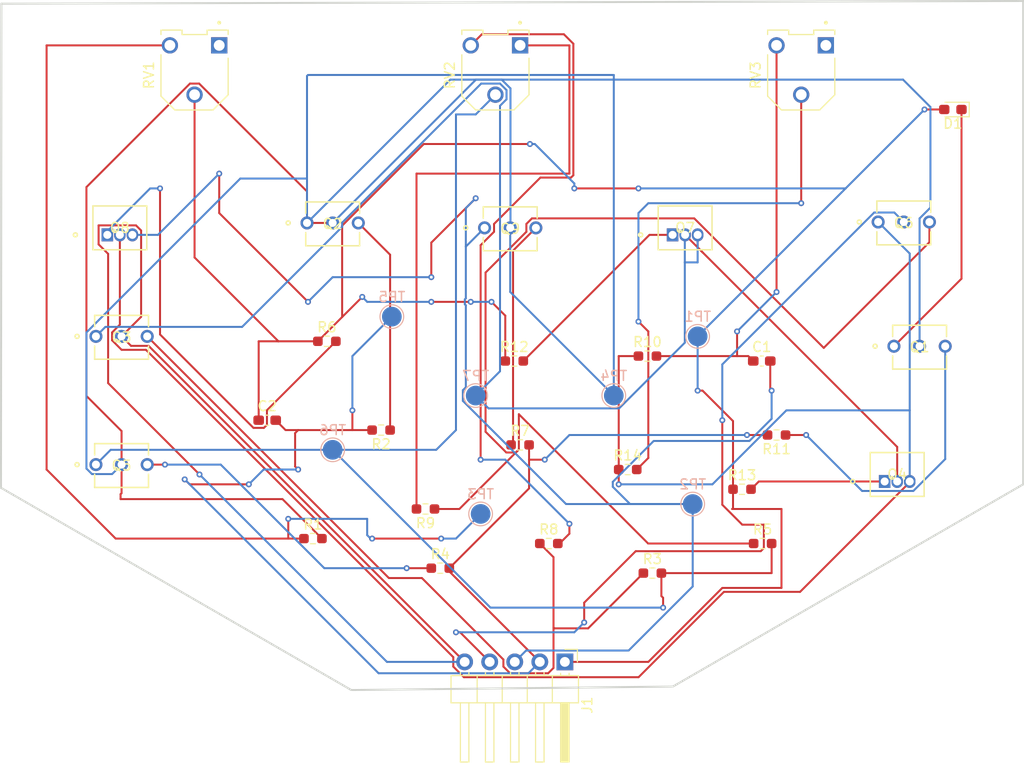
<source format=kicad_pcb>
(kicad_pcb (version 20241229) (generator "pcbnew") (generator_version "9.0")
  (layers (0 "F.Cu" signal) (2 "B.Cu" signal) (13 "F.Paste" user) (15 "B.Paste" user) (5 "F.SilkS" user "F.Silkscreen") (7 "B.SilkS" user "B.Silkscreen") (1 "F.Mask" user) (3 "B.Mask" user) (25 "Edge.Cuts" user))
  (net 0 "")
  (net 1 "OUT")
  (net 2 "Net-(C1-Pad1)")
  (net 3 "VSS")
  (net 4 "VDD")
  (net 5 "Net-(D1-K)")
  (net 6 "V+")
  (net 7 "V-")
  (net 8 "Net-(Q1-E)")
  (net 9 "Bias")
  (net 10 "Net-(Q2-E)")
  (net 11 "Net-(Q3-E)")
  (net 12 "/Mirror")
  (net 13 "/Difference")
  (net 14 "Net-(Q4-E)")
  (net 15 "Net-(Q5-C)")
  (net 16 "Net-(Q5-E)")
  (net 17 "Net-(Q6-E)")
  (net 18 "Net-(Q7-E)")
  (net 19 "Net-(Q8-E)")
  (net 20 "Net-(Q9-E)")
  (net 21 "/TRIM")
  (net 22 "Net-(R8-Pad2)")
  (net 23 "Net-(R9-Pad2)")
  (net 24 "Net-(R14-Pad2)")
  (footprint "Resistor_SMD:R_0603_1608Metric_Pad0.98x0.95mm_HandSolder" (layer "F.Cu") (at 143 106.5)
    (property "Reference" "R7" (at 0 -1.43 0) (layer "F.SilkS"))
    (property "Value" "10")
    (pad "1" smd roundrect (at -0.9125 0) (size 0.975 0.95) (layers "F.Cu" "F.Mask" "F.Paste") (net 20 "Net-(Q9-E)"))
    (pad "2" smd roundrect (at 0.9125 0) (size 0.975 0.95) (layers "F.Cu" "F.Mask" "F.Paste") (net 3 "VSS"))
  )
  (footprint "Resistor_SMD:R_0603_1608Metric_Pad0.98x0.95mm_HandSolder" (layer "F.Cu") (at 142.4125 98)
    (property "Reference" "R12" (at 0 -1.43 0) (layer "F.SilkS"))
    (property "Value" "10")
    (pad "1" smd roundrect (at -0.9125 0) (size 0.975 0.95) (layers "F.Cu" "F.Mask" "F.Paste") (net 4 "VDD"))
    (pad "2" smd roundrect (at 0.9125 0) (size 0.975 0.95) (layers "F.Cu" "F.Mask" "F.Paste") (net 18 "Net-(Q7-E)"))
  )
  (footprint "Footprints AAMU Capstone:2N3904TA_ONS" (layer "F.Cu") (at 121.4 84)
    (property "Reference" "Q2" (at 2.6 0.095 0) (layer "F.SilkS"))
    (property "Value" "2N3904TA")
    (pad "1" thru_hole circle (at 0 0) (size 1.3208 1.3208) (drill 0.8128) (layers "*.Cu" "*.Mask") (net 9 "Bias"))
    (pad "2" thru_hole circle (at 2.6 0) (size 1.3208 1.3208) (drill 0.8128) (layers "*.Cu" "*.Mask") (net 9 "Bias"))
    (pad "3" thru_hole circle (at 5.2 0) (size 1.3208 1.3208) (drill 0.8128) (layers "*.Cu" "*.Mask") (net 10 "Net-(Q2-E)"))
  )
  (footprint "Capacitor_SMD:C_0603_1608Metric_Pad1.08x0.95mm_HandSolder" (layer "F.Cu") (at 167.5 98)
    (property "Reference" "C1" (at 0 -1.43 0) (layer "F.SilkS"))
    (property "Value" "0.001 uF")
    (pad "1" smd roundrect (at -0.8625 0) (size 1.075 0.95) (layers "F.Cu" "F.Mask" "F.Paste") (net 2 "Net-(C1-Pad1)"))
    (pad "2" smd roundrect (at 0.8625 0) (size 1.075 0.95) (layers "F.Cu" "F.Mask" "F.Paste") (net 1 "OUT"))
  )
  (footprint "Footprints AAMU Capstone:2N3906BU_ONS" (layer "F.Cu") (at 101.1571 85.21)
    (property "Reference" "Q8" (at 1.27 -0.71 0) (layer "F.SilkS"))
    (property "Value" "2N3906BU")
    (pad "1" thru_hole rect (at 0 0) (size 1.1684 1.3208) (drill 0.8128) (layers "*.Cu" "*.Mask") (net 19 "Net-(Q8-E)"))
    (pad "2" thru_hole oval (at 1.27 0) (size 1.1684 1.3208) (drill 0.8128) (layers "*.Cu" "*.Mask") (net 13 "/Difference"))
    (pad "3" thru_hole oval (at 2.54 0) (size 1.1684 1.3208) (drill 0.8128) (layers "*.Cu" "*.Mask") (net 1 "OUT"))
  )
  (footprint "Resistor_SMD:R_0603_1608Metric_Pad0.98x0.95mm_HandSolder" (layer "F.Cu") (at 133.4125 113 180)
    (property "Reference" "R9" (at 0 -1.43 0) (layer "F.SilkS"))
    (property "Value" "100")
    (pad "1" smd roundrect (at -0.9125 0 180) (size 0.975 0.95) (layers "F.Cu" "F.Mask" "F.Paste") (net 17 "Net-(Q6-E)"))
    (pad "2" smd roundrect (at 0.9125 0 180) (size 0.975 0.95) (layers "F.Cu" "F.Mask" "F.Paste") (net 23 "Net-(R9-Pad2)"))
  )
  (footprint "Resistor_SMD:R_0603_1608Metric_Pad0.98x0.95mm_HandSolder" (layer "F.Cu") (at 122 116)
    (property "Reference" "R1" (at 0 -1.43 0) (layer "F.SilkS"))
    (property "Value" "680")
    (pad "1" smd roundrect (at -0.9125 0) (size 0.975 0.95) (layers "F.Cu" "F.Mask" "F.Paste") (net 21 "/TRIM"))
    (pad "2" smd roundrect (at 0.9125 0) (size 0.975 0.95) (layers "F.Cu" "F.Mask" "F.Paste") (net 9 "Bias"))
  )
  (footprint "LED_SMD:LED_0603_1608Metric_Pad1.05x0.95mm_HandSolder" (layer "F.Cu") (at 186.875 72.5 180)
    (property "Reference" "D1" (at 0 -1.43 0) (layer "F.SilkS"))
    (property "Value" "LED")
    (pad "1" smd roundrect (at -0.875 0 180) (size 1.05 0.95) (layers "F.Cu" "F.Mask" "F.Paste") (net 5 "Net-(D1-K)"))
    (pad "2" smd roundrect (at 0.875 0 180) (size 1.05 0.95) (layers "F.Cu" "F.Mask" "F.Paste") (net 4 "VDD"))
  )
  (footprint "Resistor_SMD:R_0603_1608Metric_Pad0.98x0.95mm_HandSolder" (layer "F.Cu") (at 169 105.5 180)
    (property "Reference" "R11" (at 0 -1.43 0) (layer "F.SilkS"))
    (property "Value" "10")
    (pad "1" smd roundrect (at -0.9125 0 180) (size 0.975 0.95) (layers "F.Cu" "F.Mask" "F.Paste") (net 8 "Net-(Q1-E)"))
    (pad "2" smd roundrect (at 0.9125 0 180) (size 0.975 0.95) (layers "F.Cu" "F.Mask" "F.Paste") (net 3 "VSS"))
  )
  (footprint "Footprints AAMU Capstone:2N3904TA_ONS" (layer "F.Cu") (at 100 108.5)
    (property "Reference" "Q5" (at 2.6 0.095 0) (layer "F.SilkS"))
    (property "Value" "2N3904TA")
    (pad "1" thru_hole circle (at 0 0) (size 1.3208 1.3208) (drill 0.8128) (layers "*.Cu" "*.Mask") (net 15 "Net-(Q5-C)"))
    (pad "2" thru_hole circle (at 2.6 0) (size 1.3208 1.3208) (drill 0.8128) (layers "*.Cu" "*.Mask") (net 9 "Bias"))
    (pad "3" thru_hole circle (at 5.2 0) (size 1.3208 1.3208) (drill 0.8128) (layers "*.Cu" "*.Mask") (net 16 "Net-(Q5-E)"))
  )
  (footprint "Resistor_SMD:R_0603_1608Metric_Pad0.98x0.95mm_HandSolder" (layer "F.Cu") (at 128.9125 105 180)
    (property "Reference" "R2" (at 0 -1.43 0) (layer "F.SilkS"))
    (property "Value" "10")
    (pad "1" smd roundrect (at -0.9125 0 180) (size 0.975 0.95) (layers "F.Cu" "F.Mask" "F.Paste") (net 10 "Net-(Q2-E)"))
    (pad "2" smd roundrect (at 0.9125 0 180) (size 0.975 0.95) (layers "F.Cu" "F.Mask" "F.Paste") (net 3 "VSS"))
  )
  (footprint "Connector_PinHeader_2.54mm:PinHeader_1x05_P2.54mm_Horizontal" (layer "F.Cu") (at 147.54 128.5 -90)
    (property "Reference" "J1" (at 4.385 -2.27 90) (layer "F.SilkS"))
    (property "Value" "Conn_01x05")
    (pad "1" thru_hole rect (at 0 0 270) (size 1.7 1.7) (drill 1) (layers "*.Cu" "*.Mask") (net 4 "VDD"))
    (pad "2" thru_hole circle (at 0 2.54 270) (size 1.7 1.7) (drill 1) (layers "*.Cu" "*.Mask") (net 3 "VSS"))
    (pad "3" thru_hole circle (at 0 5.08 270) (size 1.7 1.7) (drill 1) (layers "*.Cu" "*.Mask") (net 1 "OUT"))
    (pad "4" thru_hole circle (at 0 7.62 270) (size 1.7 1.7) (drill 1) (layers "*.Cu" "*.Mask") (net 6 "V+"))
    (pad "5" thru_hole circle (at 0 10.16 270) (size 1.7 1.7) (drill 1) (layers "*.Cu" "*.Mask") (net 7 "V-"))
  )
  (footprint "Resistor_SMD:R_0603_1608Metric_Pad0.98x0.95mm_HandSolder" (layer "F.Cu") (at 145.9125 116.5)
    (property "Reference" "R8" (at 0 -1.43 0) (layer "F.SilkS"))
    (property "Value" "100")
    (pad "1" smd roundrect (at -0.9125 0) (size 0.975 0.95) (layers "F.Cu" "F.Mask" "F.Paste") (net 11 "Net-(Q3-E)"))
    (pad "2" smd roundrect (at 0.9125 0) (size 0.975 0.95) (layers "F.Cu" "F.Mask" "F.Paste") (net 22 "Net-(R8-Pad2)"))
  )
  (footprint "Footprints AAMU Capstone:2N3904TA_ONS" (layer "F.Cu") (at 180.9 96.5)
    (property "Reference" "Q1" (at 2.6 0.095 0) (layer "F.SilkS"))
    (property "Value" "2N3904TA")
    (pad "1" thru_hole circle (at 0 0) (size 1.3208 1.3208) (drill 0.8128) (layers "*.Cu" "*.Mask") (net 5 "Net-(D1-K)"))
    (pad "2" thru_hole circle (at 2.6 0) (size 1.3208 1.3208) (drill 0.8128) (layers "*.Cu" "*.Mask") (net 9 "Bias"))
    (pad "3" thru_hole circle (at 5.2 0) (size 1.3208 1.3208) (drill 0.8128) (layers "*.Cu" "*.Mask") (net 8 "Net-(Q1-E)"))
  )
  (footprint "Resistor_SMD:R_0603_1608Metric_Pad0.98x0.95mm_HandSolder" (layer "F.Cu") (at 156.4125 119.5)
    (property "Reference" "R3" (at 0 -1.43 0) (layer "F.SilkS"))
    (property "Value" "220")
    (pad "1" smd roundrect (at -0.9125 0) (size 0.975 0.95) (layers "F.Cu" "F.Mask" "F.Paste") (net 11 "Net-(Q3-E)"))
    (pad "2" smd roundrect (at 0.9125 0) (size 0.975 0.95) (layers "F.Cu" "F.Mask" "F.Paste") (net 15 "Net-(Q5-C)"))
  )
  (footprint "Resistor_SMD:R_0603_1608Metric_Pad0.98x0.95mm_HandSolder" (layer "F.Cu") (at 123.4125 96)
    (property "Reference" "R6" (at 0 -1.43 0) (layer "F.SilkS"))
    (property "Value" "10")
    (pad "1" smd roundrect (at -0.9125 0) (size 0.975 0.95) (layers "F.Cu" "F.Mask" "F.Paste") (net 4 "VDD"))
    (pad "2" smd roundrect (at 0.9125 0) (size 0.975 0.95) (layers "F.Cu" "F.Mask" "F.Paste") (net 19 "Net-(Q8-E)"))
  )
  (footprint "Capacitor_SMD:C_0603_1608Metric_Pad1.08x0.95mm_HandSolder" (layer "F.Cu") (at 117.3625 104)
    (property "Reference" "C2" (at 0 -1.43 0) (layer "F.SilkS"))
    (property "Value" "10 uF")
    (pad "1" smd roundrect (at -0.8625 0) (size 1.075 0.95) (layers "F.Cu" "F.Mask" "F.Paste") (net 4 "VDD"))
    (pad "2" smd roundrect (at 0.8625 0) (size 1.075 0.95) (layers "F.Cu" "F.Mask" "F.Paste") (net 3 "VSS"))
  )
  (footprint "Resistor_SMD:R_0603_1608Metric_Pad0.98x0.95mm_HandSolder" (layer "F.Cu") (at 155.9125 97.5)
    (property "Reference" "R10" (at 0 -1.43 0) (layer "F.SilkS"))
    (property "Value" "DNP")
    (pad "1" smd roundrect (at -0.9125 0) (size 0.975 0.95) (layers "F.Cu" "F.Mask" "F.Paste") (net 13 "/Difference"))
    (pad "2" smd roundrect (at 0.9125 0) (size 0.975 0.95) (layers "F.Cu" "F.Mask" "F.Paste") (net 2 "Net-(C1-Pad1)"))
  )
  (footprint "Footprints AAMU Capstone:2N3906BU_ONS" (layer "F.Cu") (at 179.96 110.21)
    (property "Reference" "Q4" (at 1.27 -0.71 0) (layer "F.SilkS"))
    (property "Value" "2N3906BU")
    (pad "1" thru_hole rect (at 0 0) (size 1.1684 1.3208) (drill 0.8128) (layers "*.Cu" "*.Mask") (net 14 "Net-(Q4-E)"))
    (pad "2" thru_hole oval (at 1.27 0) (size 1.1684 1.3208) (drill 0.8128) (layers "*.Cu" "*.Mask") (net 12 "/Mirror"))
    (pad "3" thru_hole oval (at 2.54 0) (size 1.1684 1.3208) (drill 0.8128) (layers "*.Cu" "*.Mask") (net 13 "/Difference"))
  )
  (footprint "Footprints AAMU Capstone:TRIM_3306F-1-253" (layer "F.Cu") (at 140.5 68.5 90)
    (property "Reference" "RV2" (at -0.525 -4.625 90) (layer "F.SilkS"))
    (property "Value" "-500")
    (pad "1" thru_hole rect (at 2.5 2.5 90) (size 1.65 1.65) (drill 1.1) (layers "*.Cu" "*.Mask") (net 23 "Net-(R9-Pad2)"))
    (pad "2" thru_hole circle (at -2.5 0 90) (size 1.65 1.65) (drill 1.1) (layers "*.Cu" "*.Mask") (net 15 "Net-(Q5-C)"))
    (pad "3" thru_hole circle (at 2.5 -2.5 90) (size 1.65 1.65) (drill 1.1) (layers "*.Cu" "*.Mask") (net 22 "Net-(R8-Pad2)"))
  )
  (footprint "Resistor_SMD:R_0603_1608Metric_Pad0.98x0.95mm_HandSolder" (layer "F.Cu") (at 153.9125 109)
    (property "Reference" "R14" (at 0 -1.43 0) (layer "F.SilkS"))
    (property "Value" "10")
    (pad "1" smd roundrect (at -0.9125 0) (size 0.975 0.95) (layers "F.Cu" "F.Mask" "F.Paste") (net 13 "/Difference"))
    (pad "2" smd roundrect (at 0.9125 0) (size 0.975 0.95) (layers "F.Cu" "F.Mask" "F.Paste") (net 24 "Net-(R14-Pad2)"))
  )
  (footprint "Footprints AAMU Capstone:2N3904TA_ONS" (layer "F.Cu") (at 139.4 84.5)
    (property "Reference" "Q9" (at 2.6 0.095 0) (layer "F.SilkS"))
    (property "Value" "2N3904TA")
    (pad "1" thru_hole circle (at 0 0) (size 1.3208 1.3208) (drill 0.8128) (layers "*.Cu" "*.Mask") (net 1 "OUT"))
    (pad "2" thru_hole circle (at 2.6 0) (size 1.3208 1.3208) (drill 0.8128) (layers "*.Cu" "*.Mask") (net 9 "Bias"))
    (pad "3" thru_hole circle (at 5.2 0) (size 1.3208 1.3208) (drill 0.8128) (layers "*.Cu" "*.Mask") (net 20 "Net-(Q9-E)"))
  )
  (footprint "Resistor_SMD:R_0603_1608Metric_Pad0.98x0.95mm_HandSolder" (layer "F.Cu") (at 134.9125 119)
    (property "Reference" "R4" (at 0 -1.43 0) (layer "F.SilkS"))
    (property "Value" "10")
    (pad "1" smd roundrect (at -0.9125 0) (size 0.975 0.95) (layers "F.Cu" "F.Mask" "F.Paste") (net 16 "Net-(Q5-E)"))
    (pad "2" smd roundrect (at 0.9125 0) (size 0.975 0.95) (layers "F.Cu" "F.Mask" "F.Paste") (net 3 "VSS"))
  )
  (footprint "Resistor_SMD:R_0603_1608Metric_Pad0.98x0.95mm_HandSolder" (layer "F.Cu") (at 167.5875 116.5)
    (property "Reference" "R5" (at 0 -1.43 0) (layer "F.SilkS"))
    (property "Value" "220")
    (pad "1" smd roundrect (at -0.9125 0) (size 0.975 0.95) (layers "F.Cu" "F.Mask" "F.Paste") (net 17 "Net-(Q6-E)"))
    (pad "2" smd roundrect (at 0.9125 0) (size 0.975 0.95) (layers "F.Cu" "F.Mask" "F.Paste") (net 15 "Net-(Q5-C)"))
  )
  (footprint "Footprints AAMU Capstone:TRIM_3306F-1-253" (layer "F.Cu") (at 171.5 68.5 90)
    (property "Reference" "RV3" (at -0.525 -4.625 90) (layer "F.SilkS"))
    (property "Value" "-500")
    (pad "1" thru_hole rect (at 2.5 2.5 90) (size 1.65 1.65) (drill 1.1) (layers "*.Cu" "*.Mask"))
    (pad "2" thru_hole circle (at -2.5 0 90) (size 1.65 1.65) (drill 1.1) (layers "*.Cu" "*.Mask") (net 24 "Net-(R14-Pad2)"))
    (pad "3" thru_hole circle (at 2.5 -2.5 90) (size 1.65 1.65) (drill 1.1) (layers "*.Cu" "*.Mask") (net 2 "Net-(C1-Pad1)"))
  )
  (footprint "Footprints AAMU Capstone:2N3904TA_ONS" (layer "F.Cu") (at 179.3 83.905)
    (property "Reference" "Q6" (at 2.6 0.095 0) (layer "F.SilkS"))
    (property "Value" "2N3904TA")
    (pad "1" thru_hole circle (at 0 0) (size 1.3208 1.3208) (drill 0.8128) (layers "*.Cu" "*.Mask") (net 13 "/Difference"))
    (pad "2" thru_hole circle (at 2.6 0) (size 1.3208 1.3208) (drill 0.8128) (layers "*.Cu" "*.Mask") (net 6 "V+"))
    (pad "3" thru_hole circle (at 5.2 0) (size 1.3208 1.3208) (drill 0.8128) (layers "*.Cu" "*.Mask") (net 17 "Net-(Q6-E)"))
  )
  (footprint "Footprints AAMU Capstone:2N3906BU_ONS" (layer "F.Cu") (at 158.46 85.21)
    (property "Reference" "Q7" (at 1.27 -0.71 0) (layer "F.SilkS"))
    (property "Value" "2N3906BU")
    (pad "1" thru_hole rect (at 0 0) (size 1.1684 1.3208) (drill 0.8128) (layers "*.Cu" "*.Mask") (net 18 "Net-(Q7-E)"))
    (pad "2" thru_hole oval (at 1.27 0) (size 1.1684 1.3208) (drill 0.8128) (layers "*.Cu" "*.Mask") (net 12 "/Mirror"))
    (pad "3" thru_hole oval (at 2.54 0) (size 1.1684 1.3208) (drill 0.8128) (layers "*.Cu" "*.Mask") (net 12 "/Mirror"))
  )
  (footprint "Footprints AAMU Capstone:TRIM_3306F-1-253" (layer "F.Cu") (at 110 68.5 90)
    (property "Reference" "RV1" (at -0.525 -4.625 90) (layer "F.SilkS"))
    (property "Value" "500")
    (pad "1" thru_hole rect (at 2.5 2.5 90) (size 1.65 1.65) (drill 1.1) (layers "*.Cu" "*.Mask"))
    (pad "2" thru_hole circle (at -2.5 0 90) (size 1.65 1.65) (drill 1.1) (layers "*.Cu" "*.Mask") (net 4 "VDD"))
    (pad "3" thru_hole circle (at 2.5 -2.5 90) (size 1.65 1.65) (drill 1.1) (layers "*.Cu" "*.Mask") (net 21 "/TRIM"))
  )
  (footprint "Resistor_SMD:R_0603_1608Metric_Pad0.98x0.95mm_HandSolder" (layer "F.Cu") (at 165.5 111)
    (property "Reference" "R13" (at 0 -1.43 0) (layer "F.SilkS"))
    (property "Value" "10")
    (pad "1" smd roundrect (at -0.9125 0) (size 0.975 0.95) (layers "F.Cu" "F.Mask" "F.Paste") (net 4 "VDD"))
    (pad "2" smd roundrect (at 0.9125 0) (size 0.975 0.95) (layers "F.Cu" "F.Mask" "F.Paste") (net 14 "Net-(Q4-E)"))
  )
  (footprint "Footprints AAMU Capstone:2N3904TA_ONS" (layer "F.Cu") (at 100 95.5)
    (property "Reference" "Q3" (at 2.6 0.095 0) (layer "F.SilkS"))
    (property "Value" "2N3904TA")
    (pad "1" thru_hole circle (at 0 0) (size 1.3208 1.3208) (drill 0.8128) (layers "*.Cu" "*.Mask") (net 12 "/Mirror"))
    (pad "2" thru_hole circle (at 2.6 0) (size 1.3208 1.3208) (drill 0.8128) (layers "*.Cu" "*.Mask") (net 7 "V-"))
    (pad "3" thru_hole circle (at 5.2 0) (size 1.3208 1.3208) (drill 0.8128) (layers "*.Cu" "*.Mask") (net 11 "Net-(Q3-E)"))
  )
  (footprint "TestPoint:TestPoint_Pad_D2.0mm" (layer "B.Cu") (at 152.5 101.5 180)
    (property "Reference" "TP4" (at 0 1.998 0) (layer "B.SilkS") (effects (justify mirror)))
    (property "Value" "TestPoint")
    (pad "1" smd circle (at 0 0 180) (size 2 2) (layers "B.Cu" "B.Mask") (net 9 "Bias"))
  )
  (footprint "TestPoint:TestPoint_Pad_D2.0mm" (layer "B.Cu") (at 124 107 180)
    (property "Reference" "TP6" (at 0 1.998 0) (layer "B.SilkS") (effects (justify mirror)))
    (property "Value" "TestPoint")
    (pad "1" smd circle (at 0 0 180) (size 2 2) (layers "B.Cu" "B.Mask") (net 15 "Net-(Q5-C)"))
  )
  (footprint "TestPoint:TestPoint_Pad_D2.0mm" (layer "B.Cu") (at 139 113.5 180)
    (property "Reference" "TP3" (at 0 1.998 0) (layer "B.SilkS") (effects (justify mirror)))
    (property "Value" "TestPoint")
    (pad "1" smd circle (at 0 0 180) (size 2 2) (layers "B.Cu" "B.Mask") (net 21 "/TRIM"))
  )
  (footprint "TestPoint:TestPoint_Pad_D2.0mm" (layer "B.Cu") (at 160.5 112.5 180)
    (property "Reference" "TP2" (at 0 1.998 0) (layer "B.SilkS") (effects (justify mirror)))
    (property "Value" "TestPoint")
    (pad "1" smd circle (at 0 0 180) (size 2 2) (layers "B.Cu" "B.Mask") (net 1 "OUT"))
  )
  (footprint "TestPoint:TestPoint_Pad_D2.0mm" (layer "B.Cu") (at 130 93.5 180)
    (property "Reference" "TP5" (at 0 1.998 0) (layer "B.SilkS") (effects (justify mirror)))
    (property "Value" "TestPoint")
    (pad "1" smd circle (at 0 0 180) (size 2 2) (layers "B.Cu" "B.Mask") (net 3 "VSS"))
  )
  (footprint "TestPoint:TestPoint_Pad_D2.0mm" (layer "B.Cu") (at 138.5 101.5 180)
    (property "Reference" "TP7" (at 0 1.998 0) (layer "B.SilkS") (effects (justify mirror)))
    (property "Value" "TestPoint")
    (pad "1" smd circle (at 0 0 180) (size 2 2) (layers "B.Cu" "B.Mask") (net 12 "/Mirror"))
  )
  (footprint "TestPoint:TestPoint_Pad_D2.0mm" (layer "B.Cu") (at 161 95.5 180)
    (property "Reference" "TP1" (at 0 1.998 0) (layer "B.SilkS") (effects (justify mirror)))
    (property "Value" "TestPoint")
    (pad "1" smd circle (at 0 0 180) (size 2 2) (layers "B.Cu" "B.Mask") (net 4 "VDD"))
  )
  (gr_line (start 125.883004 131.352158) (end 90.375998 110.852096) (stroke (width 0.2)) (layer "Edge.Cuts"))
  (gr_line (start 194 110.5) (end 158.492994 131.000062) (stroke (width 0.2)) (layer "Edge.Cuts"))
  (gr_line (start 90.420663 61.774928) (end 194 61.5) (stroke (width 0.2)) (layer "Edge.Cuts"))
  (gr_line (start 90.420663 61.774928) (end 90.375998 110.852096) (stroke (width 0.2)) (layer "Edge.Cuts"))
  (gr_line (start 125.883004 131.352158) (end 158.492994 131.000062) (stroke (width 0.2)) (layer "Edge.Cuts"))
  (gr_line (start 194 61.5) (end 194 110.5) (stroke (width 0.2)) (layer "Edge.Cuts"))
  (segment (start 134 86) (end 134 89.5) (width 0.2) (layer "F.Cu") (net 1))
  (segment (start 112.5 83) (end 112.5 79) (width 0.2) (layer "F.Cu") (net 1))
  (segment (start 121.5 92) (end 112.5 83) (width 0.2) (layer "F.Cu") (net 1))
  (segment (start 138.5 81.5) (end 134 86) (width 0.2) (layer "F.Cu") (net 1))
  (segment (start 168.3625 100.8625) (end 168.3625 98) (width 0.2) (layer "F.Cu") (net 1))
  (segment (start 168.5 101) (end 168.3625 100.8625) (width 0.2) (layer "F.Cu") (net 1))
  (via (at 134 89.5) (size 0.6) (drill 0.3) (layers "F.Cu" "B.Cu") (net 1))
  (via (at 112.5 79) (size 0.6) (drill 0.3) (layers "F.Cu" "B.Cu") (net 1))
  (via (at 168.5 101) (size 0.6) (drill 0.3) (layers "F.Cu" "B.Cu") (net 1))
  (via (at 121.5 92) (size 0.6) (drill 0.3) (layers "F.Cu" "B.Cu") (net 1))
  (via (at 138.5 81.5) (size 0.6) (drill 0.3) (layers "F.Cu" "B.Cu") (net 1))
  (segment (start 134 89.5) (end 124 89.5) (width 0.2) (layer "B.Cu") (net 1))
  (segment (start 137.5 86.4) (end 137.5 82.5) (width 0.2) (layer "B.Cu") (net 1))
  (segment (start 166.248943 106.101) (end 168.5 103.849943) (width 0.2) (layer "B.Cu") (net 1))
  (segment (start 124 89.5) (end 121.5 92) (width 0.2) (layer "B.Cu") (net 1))
  (segment (start 137.5 86.4) (end 139.4 84.5) (width 0.2) (layer "B.Cu") (net 1))
  (segment (start 137.5 82.5) (end 138.5 81.5) (width 0.2) (layer "B.Cu") (net 1))
  (segment (start 154.150057 112.5) (end 152.399 110.748943) (width 0.2) (layer "B.Cu") (net 1))
  (segment (start 106.29 85.21) (end 103.6971 85.21) (width 0.2) (layer "B.Cu") (net 1))
  (segment (start 168.5 103.849943) (end 168.5 101) (width 0.2) (layer "B.Cu") (net 1))
  (segment (start 137.5 92.349943) (end 137.399 92.248943) (width 0.2) (layer "B.Cu") (net 1))
  (segment (start 152.399 110.251057) (end 156.549057 106.101) (width 0.2) (layer "B.Cu") (net 1))
  (segment (start 143.611 127.349) (end 142.46 128.5) (width 0.2) (layer "B.Cu") (net 1))
  (segment (start 137.5 100.660108) (end 137.5 92.349943) (width 0.2) (layer "B.Cu") (net 1))
  (segment (start 156.549057 106.101) (end 166.248943 106.101) (width 0.2) (layer "B.Cu") (net 1))
  (segment (start 152.399 110.748943) (end 152.399 110.251057) (width 0.2) (layer "B.Cu") (net 1))
  (segment (start 137.399 91.751057) (end 137.5 91.650057) (width 0.2) (layer "B.Cu") (net 1))
  (segment (start 137.199 100.961108) (end 137.5 100.660108) (width 0.2) (layer "B.Cu") (net 1))
  (segment (start 160.5 112.5) (end 154.150057 112.5) (width 0.2) (layer "B.Cu") (net 1))
  (segment (start 154.000943 127.349) (end 143.611 127.349) (width 0.2) (layer "B.Cu") (net 1))
  (segment (start 160.5 112.5) (end 147.660108 112.5) (width 0.2) (layer "B.Cu") (net 1))
  (segment (start 160.5 112.5) (end 160.5 120.849943) (width 0.2) (layer "B.Cu") (net 1))
  (segment (start 137.5 91.650057) (end 137.5 86.4) (width 0.2) (layer "B.Cu") (net 1))
  (segment (start 147.660108 112.5) (end 137.199 102.038892) (width 0.2) (layer "B.Cu") (net 1))
  (segment (start 160.5 120.849943) (end 154.000943 127.349) (width 0.2) (layer "B.Cu") (net 1))
  (segment (start 112.5 79) (end 106.29 85.21) (width 0.2) (layer "B.Cu") (net 1))
  (segment (start 137.399 92.248943) (end 137.399 91.751057) (width 0.2) (layer "B.Cu") (net 1))
  (segment (start 137.199 102.038892) (end 137.199 100.961108) (width 0.2) (layer "B.Cu") (net 1))
  (segment (start 166.1375 97.5) (end 166.6375 98) (width 0.2) (layer "F.Cu") (net 2))
  (segment (start 169 66) (end 169 91) (width 0.2) (layer "F.Cu") (net 2))
  (segment (start 165 95) (end 165 97.5) (width 0.2) (layer "F.Cu") (net 2))
  (segment (start 156.825 97.5) (end 165 97.5) (width 0.2) (layer "F.Cu") (net 2))
  (segment (start 165 97.5) (end 166.1375 97.5) (width 0.2) (layer "F.Cu") (net 2))
  (via (at 169 91) (size 0.6) (drill 0.3) (layers "F.Cu" "B.Cu") (net 2))
  (via (at 165 95) (size 0.6) (drill 0.3) (layers "F.Cu" "B.Cu") (net 2))
  (segment (start 169 91) (end 165 95) (width 0.2) (layer "B.Cu") (net 2))
  (segment (start 120.194366 105.305634) (end 120.5 105) (width 0.2) (layer "F.Cu") (net 3))
  (segment (start 135.825 119.325) (end 145 128.5) (width 0.2) (layer "F.Cu") (net 3))
  (segment (start 120.5 105) (end 119.225 105) (width 0.2) (layer "F.Cu") (net 3))
  (segment (start 143.9125 108) (end 143.9125 110.9125) (width 0.2) (layer "F.Cu") (net 3))
  (segment (start 145.5 108) (end 143.9125 108) (width 0.2) (layer "F.Cu") (net 3))
  (segment (start 126 103) (end 126 105) (width 0.2) (layer "F.Cu") (net 3))
  (segment (start 128 105) (end 126 105) (width 0.2) (layer "F.Cu") (net 3))
  (segment (start 143.9125 110.9125) (end 135.825 119) (width 0.2) (layer "F.Cu") (net 3))
  (segment (start 126 105) (end 120.5 105) (width 0.2) (layer "F.Cu") (net 3))
  (segment (start 109.5 110.5) (end 115.5 110.5) (width 0.2) (layer "F.Cu") (net 3))
  (segment (start 120.5 109) (end 120.194366 108.694366) (width 0.2) (layer "F.Cu") (net 3))
  (segment (start 109 110) (end 109.5 110.5) (width 0.2) (layer "F.Cu") (net 3))
  (segment (start 119.225 105) (end 118.225 104) (width 0.2) (layer "F.Cu") (net 3))
  (segment (start 143.9125 106.5) (end 143.9125 108) (width 0.2) (layer "F.Cu") (net 3))
  (segment (start 120.194366 108.694366) (end 120.194366 105.305634) (width 0.2) (layer "F.Cu") (net 3))
  (segment (start 135.825 119) (end 135.825 119.325) (width 0.2) (layer "F.Cu") (net 3))
  (segment (start 168.0875 105.5) (end 166 105.5) (width 0.2) (layer "F.Cu") (net 3))
  (via (at 115.5 110.5) (size 0.6) (drill 0.3) (layers "F.Cu" "B.Cu") (net 3))
  (via (at 109 110) (size 0.6) (drill 0.3) (layers "F.Cu" "B.Cu") (net 3))
  (via (at 120.5 109) (size 0.6) (drill 0.3) (layers "F.Cu" "B.Cu") (net 3))
  (via (at 166 105.5) (size 0.6) (drill 0.3) (layers "F.Cu" "B.Cu") (net 3))
  (via (at 126 103) (size 0.6) (drill 0.3) (layers "F.Cu" "B.Cu") (net 3))
  (via (at 145.5 108) (size 0.6) (drill 0.3) (layers "F.Cu" "B.Cu") (net 3))
  (segment (start 166 105.5) (end 148 105.5) (width 0.2) (layer "B.Cu") (net 3))
  (segment (start 145 128.5) (end 143.849 129.651) (width 0.2) (layer "B.Cu") (net 3))
  (segment (start 126 97.5) (end 126 103) (width 0.2) (layer "B.Cu") (net 3))
  (segment (start 115.5 110.5) (end 117 109) (width 0.2) (layer "B.Cu") (net 3))
  (segment (start 128.651 129.651) (end 109 110) (width 0.2) (layer "B.Cu") (net 3))
  (segment (start 117 109) (end 120.5 109) (width 0.2) (layer "B.Cu") (net 3))
  (segment (start 143.849 129.651) (end 128.651 129.651) (width 0.2) (layer "B.Cu") (net 3))
  (segment (start 148 105.5) (end 145.5 108) (width 0.2) (layer "B.Cu") (net 3))
  (segment (start 130 93.5) (end 126 97.5) (width 0.2) (layer "B.Cu") (net 3))
  (segment (start 186 72.5) (end 184 72.5) (width 0.2) (layer "F.Cu") (net 4))
  (segment (start 164.5 113) (end 164.5875 112.9125) (width 0.2) (layer "F.Cu") (net 4))
  (segment (start 155 80.5) (end 148.5 80.5) (width 0.2) (layer "F.Cu") (net 4))
  (segment (start 169.5 113) (end 164.5 113) (width 0.2) (layer "F.Cu") (net 4))
  (segment (start 161.5 101) (end 161 101) (width 0.2) (layer "F.Cu") (net 4))
  (segment (start 164.5875 111) (end 164.5875 104.0875) (width 0.2) (layer "F.Cu") (net 4))
  (segment (start 110 71) (end 110 87.5) (width 0.2) (layer "F.Cu") (net 4))
  (segment (start 164.5875 112.9125) (end 164.5875 111) (width 0.2) (layer "F.Cu") (net 4))
  (segment (start 116.5 96) (end 116.5 104) (width 0.2) (layer "F.Cu") (net 4))
  (segment (start 118.5 96) (end 116.5 96) (width 0.2) (layer "F.Cu") (net 4))
  (segment (start 110 87.5) (end 118.5 96) (width 0.2) (layer "F.Cu") (net 4))
  (segment (start 133.240375 76) (end 124.9614 84.278975) (width 0.2) (layer "F.Cu") (net 4))
  (segment (start 144 76) (end 133.240375 76) (width 0.2) (layer "F.Cu") (net 4))
  (segment (start 164.5875 104.0875) (end 161.5 101) (width 0.2) (layer "F.Cu") (net 4))
  (segment (start 124.9614 84.278975) (end 124.9614 93.5386) (width 0.2) (layer "F.Cu") (net 4))
  (segment (start 169.5 121) (end 169.5 113) (width 0.2) (layer "F.Cu") (net 4))
  (segment (start 156 128.5) (end 163.5 121) (width 0.2) (layer "F.Cu") (net 4))
  (segment (start 147.54 128.5) (end 156 128.5) (width 0.2) (layer "F.Cu") (net 4))
  (segment (start 124.9614 93.5386) (end 122.5 96) (width 0.2) (layer "F.Cu") (net 4))
  (segment (start 141.5 93.4) (end 141.5 98) (width 0.2) (layer "F.Cu") (net 4))
  (segment (start 122.5 96) (end 118.5 96) (width 0.2) (layer "F.Cu") (net 4))
  (segment (start 134 92) (end 138 92) (width 0.2) (layer "F.Cu") (net 4))
  (segment (start 124.9614 93.5386) (end 127 91.5) (width 0.2) (layer "F.Cu") (net 4))
  (segment (start 140.1 92) (end 141.5 93.4) (width 0.2) (layer "F.Cu") (net 4))
  (segment (start 163.5 121) (end 169.5 121) (width 0.2) (layer "F.Cu") (net 4))
  (via (at 138 92) (size 0.6) (drill 0.3) (layers "F.Cu" "B.Cu") (net 4))
  (via (at 127 91.5) (size 0.6) (drill 0.3) (layers "F.Cu" "B.Cu") (net 4))
  (via (at 134 92) (size 0.6) (drill 0.3) (layers "F.Cu" "B.Cu") (net 4))
  (via (at 155 80.5) (size 0.6) (drill 0.3) (layers "F.Cu" "B.Cu") (net 4))
  (via (at 184 72.5) (size 0.6) (drill 0.3) (layers "F.Cu" "B.Cu") (net 4))
  (via (at 148.5 80.5) (size 0.6) (drill 0.3) (layers "F.Cu" "B.Cu") (net 4))
  (via (at 140.1 92) (size 0.6) (drill 0.3) (layers "F.Cu" "B.Cu") (net 4))
  (via (at 144 76) (size 0.6) (drill 0.3) (layers "F.Cu" "B.Cu") (net 4))
  (via (at 161 101) (size 0.6) (drill 0.3) (layers "F.Cu" "B.Cu") (net 4))
  (segment (start 184 72.5) (end 176 80.5) (width 0.2) (layer "B.Cu") (net 4))
  (segment (start 144.5 76) (end 144 76) (width 0.2) (layer "B.Cu") (net 4))
  (segment (start 138 92) (end 140.1 92) (width 0.2) (layer "B.Cu") (net 4))
  (segment (start 176 80.5) (end 155 80.5) (width 0.2) (layer "B.Cu") (net 4))
  (segment (start 127 91.5) (end 127.5 92) (width 0.2) (layer "B.Cu") (net 4))
  (segment (start 127.5 92) (end 134 92) (width 0.2) (layer "B.Cu") (net 4))
  (segment (start 161 101) (end 161 95.5) (width 0.2) (layer "B.Cu") (net 4))
  (segment (start 148.5 80) (end 144.5 76) (width 0.2) (layer "B.Cu") (net 4))
  (segment (start 148.5 80.5) (end 148.5 80) (width 0.2) (layer "B.Cu") (net 4))
  (segment (start 176 80.5) (end 161 95.5) (width 0.2) (layer "B.Cu") (net 4))
  (segment (start 187.75 72.5) (end 187.75 89.65) (width 0.2) (layer "F.Cu") (net 5))
  (segment (start 187.75 89.65) (end 180.9 96.5) (width 0.2) (layer "F.Cu") (net 5))
  (segment (start 165.5224 114.5895) (end 163.5 112.5671) (width 0.2) (layer "F.Cu") (net 6))
  (segment (start 167.402634 117.276) (end 167.7115 116.967134) (width 0.2) (layer "F.Cu") (net 6))
  (segment (start 167.7115 116.967134) (end 167.7115 114.5895) (width 0.2) (layer "F.Cu") (net 6))
  (segment (start 149.5 122.5) (end 154.724 117.276) (width 0.2) (layer "F.Cu") (net 6))
  (segment (start 154.724 117.276) (end 167.402634 117.276) (width 0.2) (layer "F.Cu") (net 6))
  (segment (start 136.92 125.5) (end 136.5 125.5) (width 0.2) (layer "F.Cu") (net 6))
  (segment (start 149.5 124.5) (end 149.5 122.5) (width 0.2) (layer "F.Cu") (net 6))
  (segment (start 139.92 128.5) (end 136.92 125.5) (width 0.2) (layer "F.Cu") (net 6))
  (segment (start 163.5 112.5671) (end 163.5 104) (width 0.2) (layer "F.Cu") (net 6))
  (segment (start 167.7115 114.5895) (end 165.5224 114.5895) (width 0.2) (layer "F.Cu") (net 6))
  (via (at 163.5 104) (size 0.6) (drill 0.3) (layers "F.Cu" "B.Cu") (net 6))
  (via (at 149.5 124.5) (size 0.6) (drill 0.3) (layers "F.Cu" "B.Cu") (net 6))
  (via (at 136.5 125.5) (size 0.6) (drill 0.3) (layers "F.Cu" "B.Cu") (net 6))
  (segment (start 180.9386 82.9436) (end 181.9 83.905) (width 0.2) (layer "B.Cu") (net 6))
  (segment (start 163.5 104) (end 163.5 98.345375) (width 0.2) (layer "B.Cu") (net 6))
  (segment (start 163.5 98.345375) (end 178.901775 82.9436) (width 0.2) (layer "B.Cu") (net 6))
  (segment (start 148.5 125.5) (end 149.5 124.5) (width 0.2) (layer "B.Cu") (net 6))
  (segment (start 178.901775 82.9436) (end 180.9386 82.9436) (width 0.2) (layer "B.Cu") (net 6))
  (segment (start 136.5 125.5) (end 148.5 125.5) (width 0.2) (layer "B.Cu") (net 6))
  (segment (start 100.2719 84.2486) (end 104.063762 84.2486) (width 0.2) (layer "F.Cu") (net 7))
  (segment (start 103.5614 96.4614) (end 105.3414 96.4614) (width 0.2) (layer "F.Cu") (net 7))
  (segment (start 102.6 95.5) (end 103.5614 96.4614) (width 0.2) (layer "F.Cu") (net 7))
  (segment (start 104.5823 93.5177) (end 102.6 95.5) (width 0.2) (layer "F.Cu") (net 7))
  (segment (start 105.3414 96.4614) (end 137.38 128.5) (width 0.2) (layer "F.Cu") (net 7))
  (segment (start 100.2719 86.1714) (end 100.2719 84.2486) (width 0.2) (layer "F.Cu") (net 7))
  (segment (start 101.2376 100.2376) (end 101.2376 87.1371) (width 0.2) (layer "F.Cu") (net 7))
  (segment (start 110.5 109.5) (end 101.2376 100.2376) (width 0.2) (layer "F.Cu") (net 7))
  (segment (start 101.2376 87.1371) (end 100.2719 86.1714) (width 0.2) (layer "F.Cu") (net 7))
  (segment (start 104.5823 84.767138) (end 104.5823 93.5177) (width 0.2) (layer "F.Cu") (net 7))
  (segment (start 104.063762 84.2486) (end 104.5823 84.767138) (width 0.2) (layer "F.Cu") (net 7))
  (via (at 110.5 109.5) (size 0.6) (drill 0.3) (layers "F.Cu" "B.Cu") (net 7))
  (segment (start 129.5 128.5) (end 110.5 109.5) (width 0.2) (layer "B.Cu") (net 7))
  (segment (start 137.38 128.5) (end 129.5 128.5) (width 0.2) (layer "B.Cu") (net 7))
  (segment (start 169.9125 105.5) (end 172 105.5) (width 0.2) (layer "F.Cu") (net 8))
  (via (at 172 105.5) (size 0.6) (drill 0.3) (layers "F.Cu" "B.Cu") (net 8))
  (segment (start 177.6714 111.1714) (end 182.866662 111.1714) (width 0.2) (layer "B.Cu") (net 8))
  (segment (start 182.866662 111.1714) (end 186.1 107.938062) (width 0.2) (layer "B.Cu") (net 8))
  (segment (start 186.1 107.938062) (end 186.1 96.5) (width 0.2) (layer "B.Cu") (net 8))
  (segment (start 172 105.5) (end 177.6714 111.1714) (width 0.2) (layer "B.Cu") (net 8))
  (segment (start 102.5 111.5) (end 102.6 111.4) (width 0.2) (layer "F.Cu") (net 9))
  (segment (start 99.0386 80.368995) (end 99.0386 101.5386) (width 0.2) (layer "F.Cu") (net 9))
  (segment (start 109.533595 69.874) (end 99.0386 80.368995) (width 0.2) (layer "F.Cu") (net 9))
  (segment (start 99.0386 101.5386) (end 102.6 105.1) (width 0.2) (layer "F.Cu") (net 9))
  (segment (start 102.6 111.4) (end 102.6 108.5) (width 0.2) (layer "F.Cu") (net 9))
  (segment (start 121.4 80.807595) (end 110.466405 69.874) (width 0.2) (layer "F.Cu") (net 9))
  (segment (start 110.466405 69.874) (end 109.533595 69.874) (width 0.2) (layer "F.Cu") (net 9))
  (segment (start 102.6 105.1) (end 102.6 108.5) (width 0.2) (layer "F.Cu") (net 9))
  (segment (start 124 84) (end 121.4 84) (width 0.2) (layer "F.Cu") (net 9))
  (segment (start 122.9125 116) (end 118.9125 112) (width 0.2) (layer "F.Cu") (net 9))
  (segment (start 121.4 84) (end 121.4 80.807595) (width 0.2) (layer "F.Cu") (net 9))
  (segment (start 102.5 112) (end 102.5 111.5) (width 0.2) (layer "F.Cu") (net 9))
  (segment (start 118.9125 112) (end 102.5 112) (width 0.2) (layer "F.Cu") (net 9))
  (segment (start 99.0386 95.101775) (end 114.640375 79.5) (width 0.2) (layer "B.Cu") (net 9))
  (segment (start 121.5 69) (end 121.4 69.1) (width 0.2) (layer "B.Cu") (net 9))
  (segment (start 99.601775 109.4614) (end 99.0386 108.898225) (width 0.2) (layer "B.Cu") (net 9))
  (segment (start 102.6 108.5) (end 101.6386 109.4614) (width 0.2) (layer "B.Cu") (net 9))
  (segment (start 184.601 72.251057) (end 184.601 82.444375) (width 0.2) (layer "B.Cu") (net 9))
  (segment (start 99.0386 108.898225) (end 99.0386 95.101775) (width 0.2) (layer "B.Cu") (net 9))
  (segment (start 142 91) (end 142 84.5) (width 0.2) (layer "B.Cu") (net 9))
  (segment (start 181.822943 69.473) (end 184.601 72.251057) (width 0.2) (layer "B.Cu") (net 9))
  (segment (start 121.4 79.5) (end 121.4 84) (width 0.2) (layer "B.Cu") (net 9))
  (segment (start 114.640375 79.5) (end 121.4 79.5) (width 0.2) (layer "B.Cu") (net 9))
  (segment (start 101.6386 109.4614) (end 99.601775 109.4614) (width 0.2) (layer "B.Cu") (net 9))
  (segment (start 121.4 84) (end 135.927 69.473) (width 0.2) (layer "B.Cu") (net 9))
  (segment (start 183.5 83.545375) (end 183.5 96.5) (width 0.2) (layer "B.Cu") (net 9))
  (segment (start 152.5 101.5) (end 142 91) (width 0.2) (layer "B.Cu") (net 9))
  (segment (start 121.4 69.1) (end 121.4 79.5) (width 0.2) (layer "B.Cu") (net 9))
  (segment (start 141.132505 69.473) (end 142.027 70.367495) (width 0.2) (layer "B.Cu") (net 9))
  (segment (start 138.527 69.473) (end 181.822943 69.473) (width 0.2) (layer "B.Cu") (net 9))
  (segment (start 152.5 101.5) (end 152.5 69) (width 0.2) (layer "B.Cu") (net 9))
  (segment (start 142.027 84.473) (end 142 84.5) (width 0.2) (layer "B.Cu") (net 9))
  (segment (start 152.5 69) (end 121.5 69) (width 0.2) (layer "B.Cu") (net 9))
  (segment (start 124 84) (end 138.527 69.473) (width 0.2) (layer "B.Cu") (net 9))
  (segment (start 142.027 70.367495) (end 142.027 84.473) (width 0.2) (layer "B.Cu") (net 9))
  (segment (start 184.601 82.444375) (end 183.5 83.545375) (width 0.2) (layer "B.Cu") (net 9))
  (segment (start 135.927 69.473) (end 141.132505 69.473) (width 0.2) (layer "B.Cu") (net 9))
  (segment (start 129.825 87.225) (end 126.6 84) (width 0.2) (layer "F.Cu") (net 10))
  (segment (start 129.825 105) (end 129.825 87.225) (width 0.2) (layer "F.Cu") (net 10))
  (segment (start 146.389 125) (end 146.389 117.889) (width 0.2) (layer "F.Cu") (net 11))
  (segment (start 141.98324 129.651) (end 145.849 129.651) (width 0.2) (layer "F.Cu") (net 11))
  (segment (start 141.309 128.26124) (end 141.309 128.97676) (width 0.2) (layer "F.Cu") (net 11))
  (segment (start 133.04776 120) (end 141.309 128.26124) (width 0.2) (layer "F.Cu") (net 11))
  (segment (start 149.899 125.101) (end 146.49 125.101) (width 0.2) (layer "F.Cu") (net 11))
  (segment (start 146.389 117.889) (end 145 116.5) (width 0.2) (layer "F.Cu") (net 11))
  (segment (start 146.389 129.111) (end 146.389 125) (width 0.2) (layer "F.Cu") (net 11))
  (segment (start 141.309 128.97676) (end 141.98324 129.651) (width 0.2) (layer "F.Cu") (net 11))
  (segment (start 155.5 119.5) (end 149.899 125.101) (width 0.2) (layer "F.Cu") (net 11))
  (segment (start 145.849 129.651) (end 146.389 129.111) (width 0.2) (layer "F.Cu") (net 11))
  (segment (start 129.7 120) (end 133.04776 120) (width 0.2) (layer "F.Cu") (net 11))
  (segment (start 105.2 95.5) (end 129.7 120) (width 0.2) (layer "F.Cu") (net 11))
  (segment (start 146.49 125.101) (end 146.389 125) (width 0.2) (layer "F.Cu") (net 11))
  (segment (start 159.73 85.21) (end 161.51 86.99) (width 0.2) (layer "F.Cu") (net 12))
  (segment (start 161.51 86.99) (end 181.23 106.71) (width 0.2) (layer "F.Cu") (net 12))
  (segment (start 181.23 106.71) (end 181.23 110.21) (width 0.2) (layer "F.Cu") (net 12))
  (segment (start 161 86.48) (end 161.51 86.99) (width 0.2) (layer "F.Cu") (net 12))
  (segment (start 161 85.21) (end 161 86.48) (width 0.2) (layer "F.Cu") (net 12))
  (segment (start 161 88) (end 161 85.21) (width 0.2) (layer "B.Cu") (net 12))
  (segment (start 141.626 71.466405) (end 141.626 70.533595) (width 0.2) (layer "B.Cu") (net 12))
  (segment (start 138.5 101.5) (end 139.801 102.801) (width 0.2) (layer "B.Cu") (net 12))
  (segment (start 114.821025 94.5386) (end 100.9614 94.5386) (width 0.2) (layer "B.Cu") (net 12))
  (segment (start 140.966405 72.126) (end 141.626 71.466405) (width 0.2) (layer "B.Cu") (net 12))
  (segment (start 159.699 85.241) (end 159.73 85.21) (width 0.2) (layer "B.Cu") (net 12))
  (segment (start 159.699 88) (end 161 88) (width 0.2) (layer "B.Cu") (net 12))
  (segment (start 159.699 88) (end 159.699 85.241) (width 0.2) (layer "B.Cu") (net 12))
  (segment (start 138.5 101.5) (end 140.966405 99.033595) (width 0.2) (layer "B.Cu") (net 12))
  (segment (start 139.0589 69.874) (end 124.9614 83.9715) (width 0.2) (layer "B.Cu") (net 12))
  (segment (start 141.626 70.533595) (end 140.966405 69.874) (width 0.2) (layer "B.Cu") (net 12))
  (segment (start 124.9614 84.398225) (end 114.821025 94.5386) (width 0.2) (layer "B.Cu") (net 12))
  (segment (start 140.966405 69.874) (end 139.0589 69.874) (width 0.2) (layer "B.Cu") (net 12))
  (segment (start 124.9614 83.9715) (end 124.9614 84.398225) (width 0.2) (layer "B.Cu") (net 12))
  (segment (start 139.801 102.801) (end 153.038892 102.801) (width 0.2) (layer "B.Cu") (net 12))
  (segment (start 140.966405 99.033595) (end 140.966405 72.126) (width 0.2) (layer "B.Cu") (net 12))
  (segment (start 153.038892 102.801) (end 159.699 96.140892) (width 0.2) (layer "B.Cu") (net 12))
  (segment (start 159.699 96.140892) (end 159.699 88) (width 0.2) (layer "B.Cu") (net 12))
  (segment (start 100.9614 94.5386) (end 100 95.5) (width 0.2) (layer "B.Cu") (net 12))
  (segment (start 155 97.5) (end 153 97.5) (width 0.2) (layer "F.Cu") (net 13))
  (segment (start 163.6661 121.401) (end 171.3852 121.401) (width 0.2) (layer "F.Cu") (net 13))
  (segment (start 136.229 128.02324) (end 136.229 128.97676) (width 0.2) (layer "F.Cu") (net 13))
  (segment (start 102.4271 94.313275) (end 101.6386 95.101775) (width 0.2) (layer "F.Cu") (net 13))
  (segment (start 101.6386 95.101775) (end 101.6386 95.898225) (width 0.2) (layer "F.Cu") (net 13))
  (segment (start 155.0151 130.052) (end 163.6661 121.401) (width 0.2) (layer "F.Cu") (net 13))
  (segment (start 102.4271 85.21) (end 102.4271 94.313275) (width 0.2) (layer "F.Cu") (net 13))
  (segment (start 153 109) (end 153 110.5) (width 0.2) (layer "F.Cu") (net 13))
  (segment (start 171.3852 121.401) (end 182.5 110.2862) (width 0.2) (layer "F.Cu") (net 13))
  (segment (start 153 97.5) (end 153 109) (width 0.2) (layer "F.Cu") (net 13))
  (segment (start 105.06816 96.8624) (end 136.229 128.02324) (width 0.2) (layer "F.Cu") (net 13))
  (segment (start 137.30424 130.052) (end 155.0151 130.052) (width 0.2) (layer "F.Cu") (net 13))
  (segment (start 102.602775 96.8624) (end 105.06816 96.8624) (width 0.2) (layer "F.Cu") (net 13))
  (segment (start 136.229 128.97676) (end 137.30424 130.052) (width 0.2) (layer "F.Cu") (net 13))
  (segment (start 101.6386 95.898225) (end 102.602775 96.8624) (width 0.2) (layer "F.Cu") (net 13))
  (segment (start 182.5 110.2862) (end 182.5 110.21) (width 0.2) (layer "F.Cu") (net 13))
  (via (at 153 110.5) (size 0.6) (drill 0.3) (layers "F.Cu" "B.Cu") (net 13))
  (segment (start 182.5 103) (end 182.5 110.21) (width 0.2) (layer "B.Cu") (net 13))
  (segment (start 179.3 83.905) (end 182.5 87.105) (width 0.2) (layer "B.Cu") (net 13))
  (segment (start 182.5 87.105) (end 182.5 103) (width 0.2) (layer "B.Cu") (net 13))
  (segment (start 162.5 110.5) (end 170 103) (width 0.2) (layer "B.Cu") (net 13))
  (segment (start 153 110.5) (end 162.5 110.5) (width 0.2) (layer "B.Cu") (net 13))
  (segment (start 170 103) (end 182.5 103) (width 0.2) (layer "B.Cu") (net 13))
  (segment (start 179.96 110.21) (end 167.2025 110.21) (width 0.2) (layer "F.Cu") (net 14))
  (segment (start 167.2025 110.21) (end 166.4125 111) (width 0.2) (layer "F.Cu") (net 14))
  (segment (start 157.325 121.825) (end 157.325 119.5) (width 0.2) (layer "F.Cu") (net 15))
  (segment (start 157.5 123) (end 157.5 122) (width 0.2) (layer "F.Cu") (net 15))
  (segment (start 168.5 119.5) (end 168.5 116.5) (width 0.2) (layer "F.Cu") (net 15))
  (segment (start 157.5 122) (end 157.325 121.825) (width 0.2) (layer "F.Cu") (net 15))
  (segment (start 157.325 119.5) (end 168.5 119.5) (width 0.2) (layer "F.Cu") (net 15))
  (via (at 157.5 123) (size 0.6) (drill 0.3) (layers "F.Cu" "B.Cu") (net 15))
  (segment (start 134.5 107) (end 136.5 105) (width 0.2) (layer "B.Cu") (net 15))
  (segment (start 124 107) (end 140 123) (width 0.2) (layer "B.Cu") (net 15))
  (segment (start 124 107) (end 134.5 107) (width 0.2) (layer "B.Cu") (net 15))
  (segment (start 124 107) (end 101.5 107) (width 0.2) (layer "B.Cu") (net 15))
  (segment (start 101.5 107) (end 100 108.5) (width 0.2) (layer "B.Cu") (net 15))
  (segment (start 140 123) (end 157.5 123) (width 0.2) (layer "B.Cu") (net 15))
  (segment (start 136.5 73) (end 138.5 73) (width 0.2) (layer "B.Cu") (net 15))
  (segment (start 136.5 105) (end 136.5 73) (width 0.2) (layer "B.Cu") (net 15))
  (segment (start 138.5 73) (end 140.5 71) (width 0.2) (layer "B.Cu") (net 15))
  (segment (start 105.2 108.5) (end 107 108.5) (width 0.2) (layer "F.Cu") (net 16))
  (segment (start 131.5 119) (end 134 119) (width 0.2) (layer "F.Cu") (net 16))
  (via (at 131.5 119) (size 0.6) (drill 0.3) (layers "F.Cu" "B.Cu") (net 16))
  (via (at 107 108.5) (size 0.6) (drill 0.3) (layers "F.Cu" "B.Cu") (net 16))
  (segment (start 112.650057 108.5) (end 123.150057 119) (width 0.2) (layer "B.Cu") (net 16))
  (segment (start 107 108.5) (end 112.650057 108.5) (width 0.2) (layer "B.Cu") (net 16))
  (segment (start 123.150057 119) (end 131.5 119) (width 0.2) (layer "B.Cu") (net 16))
  (segment (start 173.785519 96.667457) (end 184.5 85.952976) (width 0.2) (layer "F.Cu") (net 17))
  (segment (start 142.876 106.967134) (end 142.567134 107.276) (width 0.2) (layer "F.Cu") (net 17))
  (segment (start 144.201775 83.5386) (end 160.656662 83.5386) (width 0.2) (layer "F.Cu") (net 17))
  (segment (start 139.5 89.0329) (end 143.6386 84.8943) (width 0.2) (layer "F.Cu") (net 17))
  (segment (start 139.5 105.168134) (end 139.5 89.0329) (width 0.2) (layer "F.Cu") (net 17))
  (segment (start 141.607866 107.276) (end 139.5 105.168134) (width 0.2) (layer "F.Cu") (net 17))
  (segment (start 143.6386 84.8943) (end 143.6386 84.101775) (width 0.2) (layer "F.Cu") (net 17))
  (segment (start 136.843134 113) (end 134.325 113) (width 0.2) (layer "F.Cu") (net 17))
  (segment (start 143.6386 84.101775) (end 144.201775 83.5386) (width 0.2) (layer "F.Cu") (net 17))
  (segment (start 166.675 116.5) (end 155.983938 116.5) (width 0.2) (layer "F.Cu") (net 17))
  (segment (start 142.567134 107.276) (end 141.607866 107.276) (width 0.2) (layer "F.Cu") (net 17))
  (segment (start 142.876 103.392062) (end 142.876 106.967134) (width 0.2) (layer "F.Cu") (net 17))
  (segment (start 142.876 106.967134) (end 136.843134 113) (width 0.2) (layer "F.Cu") (net 17))
  (segment (start 160.656662 83.5386) (end 173.785519 96.667457) (width 0.2) (layer "F.Cu") (net 17))
  (segment (start 155.983938 116.5) (end 142.876 103.392062) (width 0.2) (layer "F.Cu") (net 17))
  (segment (start 184.5 85.952976) (end 184.5 83.905) (width 0.2) (layer "F.Cu") (net 17))
  (segment (start 156.115 85.21) (end 143.325 98) (width 0.2) (layer "F.Cu") (net 18))
  (segment (start 158.46 85.21) (end 156.115 85.21) (width 0.2) (layer "F.Cu") (net 18))
  (segment (start 117.3385 104.467134) (end 117.029634 104.776) (width 0.2) (layer "F.Cu") (net 19))
  (segment (start 115.970366 104.776) (end 106.5 95.305634) (width 0.2) (layer "F.Cu") (net 19))
  (segment (start 117.029634 104.776) (end 115.970366 104.776) (width 0.2) (layer "F.Cu") (net 19))
  (segment (start 117.3385 102.9865) (end 117.3385 104.467134) (width 0.2) (layer "F.Cu") (net 19))
  (segment (start 106.5 95.305634) (end 106.5 80.5) (width 0.2) (layer "F.Cu") (net 19))
  (segment (start 124.325 96) (end 117.3385 102.9865) (width 0.2) (layer "F.Cu") (net 19))
  (via (at 106.5 80.5) (size 0.6) (drill 0.3) (layers "F.Cu" "B.Cu") (net 19))
  (segment (start 106.5 80.5) (end 105.5 80.5) (width 0.2) (layer "B.Cu") (net 19))
  (segment (start 105.5 80.5) (end 101.1571 84.8429) (width 0.2) (layer "B.Cu") (net 19))
  (segment (start 101.1571 84.8429) (end 101.1571 85.21) (width 0.2) (layer "B.Cu") (net 19))
  (segment (start 142.0875 106.5) (end 142.2885 106.299) (width 0.2) (layer "F.Cu") (net 20))
  (segment (start 142.2885 86.8115) (end 144.6 84.5) (width 0.2) (layer "F.Cu") (net 20))
  (segment (start 142.2885 106.299) (end 142.2885 86.8115) (width 0.2) (layer "F.Cu") (net 20))
  (segment (start 135 116) (end 128 116) (width 0.2) (layer "F.Cu") (net 21))
  (segment (start 107.5 66) (end 95 66) (width 0.2) (layer "F.Cu") (net 21))
  (segment (start 119.5 116) (end 121.0875 116) (width 0.2) (layer "F.Cu") (net 21))
  (segment (start 95 66) (end 95 109) (width 0.2) (layer "F.Cu") (net 21))
  (segment (start 102 116) (end 119.5 116) (width 0.2) (layer "F.Cu") (net 21))
  (segment (start 119.5 116) (end 119.5 114) (width 0.2) (layer "F.Cu") (net 21))
  (segment (start 95 109) (end 102 116) (width 0.2) (layer "F.Cu") (net 21))
  (via (at 128 116) (size 0.6) (drill 0.3) (layers "F.Cu" "B.Cu") (net 21))
  (via (at 119.5 114) (size 0.6) (drill 0.3) (layers "F.Cu" "B.Cu") (net 21))
  (via (at 135 116) (size 0.6) (drill 0.3) (layers "F.Cu" "B.Cu") (net 21))
  (segment (start 139 113.5) (end 136.5 116) (width 0.2) (layer "B.Cu") (net 21))
  (segment (start 127.5 115.650057) (end 127.5 114) (width 0.2) (layer "B.Cu") (net 21))
  (segment (start 128 116) (end 127.849943 116) (width 0.2) (layer "B.Cu") (net 21))
  (segment (start 136.5 116) (end 135 116) (width 0.2) (layer "B.Cu") (net 21))
  (segment (start 127.5 114) (end 119.5 114) (width 0.2) (layer "B.Cu") (net 21))
  (segment (start 127.849943 116) (end 127.5 115.650057) (width 0.2) (layer "B.Cu") (net 21))
  (segment (start 139 86.259625) (end 139 108) (width 0.2) (layer "F.Cu") (net 22))
  (segment (start 147 116.5) (end 146.825 116.5) (width 0.2) (layer "F.Cu") (net 22))
  (segment (start 145.062175 79.401) (end 140.3614 84.101775) (width 0.2) (layer "F.Cu") (net 22))
  (segment (start 147.4411 64.874) (end 148.401 65.8339) (width 0.2) (layer "F.Cu") (net 22))
  (segment (start 148.1661 79.401) (end 145.062175 79.401) (width 0.2) (layer "F.Cu") (net 22))
  (segment (start 148.401 79.1661) (end 148.1661 79.401) (width 0.2) (layer "F.Cu") (net 22))
  (segment (start 140.3614 84.101775) (end 140.3614 84.898225) (width 0.2) (layer "F.Cu") (net 22))
  (segment (start 139.126 64.874) (end 147.4411 64.874) (width 0.2) (layer "F.Cu") (net 22))
  (segment (start 148.401 65.8339) (end 148.401 79.1661) (width 0.2) (layer "F.Cu") (net 22))
  (segment (start 140.3614 84.898225) (end 139 86.259625) (width 0.2) (layer "F.Cu") (net 22))
  (segment (start 148 114.5) (end 148 115.5) (width 0.2) (layer "F.Cu") (net 22))
  (segment (start 148 115.5) (end 147 116.5) (width 0.2) (layer "F.Cu") (net 22))
  (segment (start 138 66) (end 139.126 64.874) (width 0.2) (layer "F.Cu") (net 22))
  (via (at 139 108) (size 0.6) (drill 0.3) (layers "F.Cu" "B.Cu") (net 22))
  (via (at 148 114.5) (size 0.6) (drill 0.3) (layers "F.Cu" "B.Cu") (net 22))
  (segment (start 141.5 108) (end 148 114.5) (width 0.2) (layer "B.Cu") (net 22))
  (segment (start 139 108) (end 141.5 108) (width 0.2) (layer "B.Cu") (net 22))
  (segment (start 132.5 113) (end 132.5 79) (width 0.2) (layer "F.Cu") (net 23))
  (segment (start 132.5 79) (end 148 79) (width 0.2) (layer "F.Cu") (net 23))
  (segment (start 148 66) (end 143 66) (width 0.2) (layer "F.Cu") (net 23))
  (segment (start 148 79) (end 148 66) (width 0.2) (layer "F.Cu") (net 23))
  (segment (start 156 107.825) (end 154.825 109) (width 0.2) (layer "F.Cu") (net 24))
  (segment (start 156 95) (end 156 107.825) (width 0.2) (layer "F.Cu") (net 24))
  (segment (start 155 94) (end 156 95) (width 0.2) (layer "F.Cu") (net 24))
  (segment (start 171.5 71) (end 171.5 82) (width 0.2) (layer "F.Cu") (net 24))
  (via (at 171.5 82) (size 0.6) (drill 0.3) (layers "F.Cu" "B.Cu") (net 24))
  (via (at 155 94) (size 0.6) (drill 0.3) (layers "F.Cu" "B.Cu") (net 24))
  (segment (start 171.5 82) (end 156 82) (width 0.2) (layer "B.Cu") (net 24))
  (segment (start 156 82) (end 155 83) (width 0.2) (layer "B.Cu") (net 24))
  (segment (start 155 83) (end 155 94) (width 0.2) (layer "B.Cu") (net 24))
)
</source>
